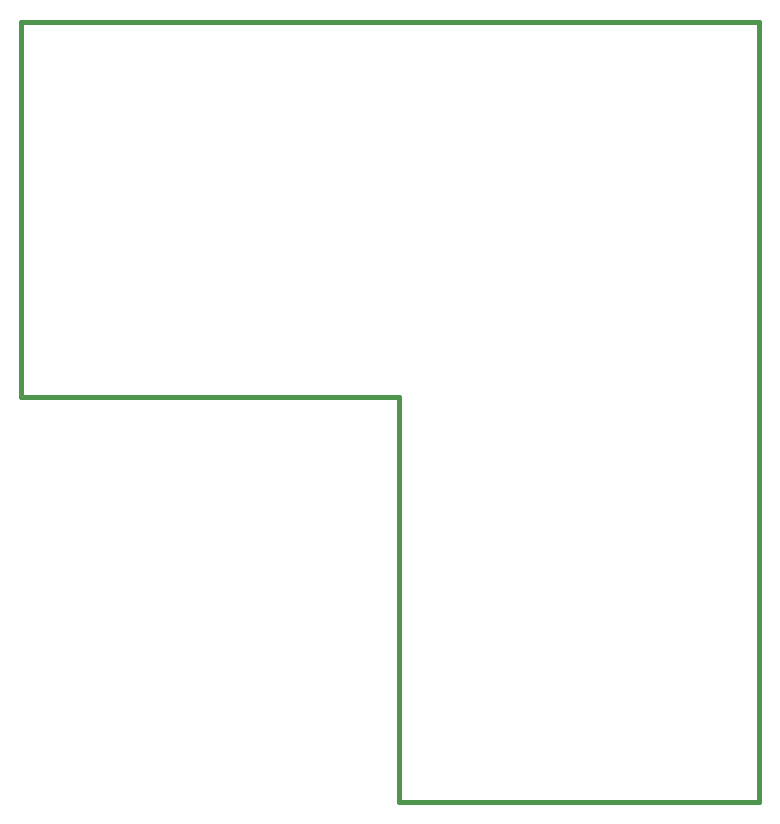
<source format=gko>
G75*
%MOIN*%
%OFA0B0*%
%FSLAX25Y25*%
%IPPOS*%
%LPD*%
%AMOC8*
5,1,8,0,0,1.08239X$1,22.5*
%
%ADD10C,0.01600*%
D10*
X0127900Y0001800D02*
X0247900Y0001800D01*
X0247900Y0261800D01*
X0001900Y0261800D01*
X0001900Y0136800D01*
X0127900Y0136800D01*
X0127900Y0001800D01*
M02*

</source>
